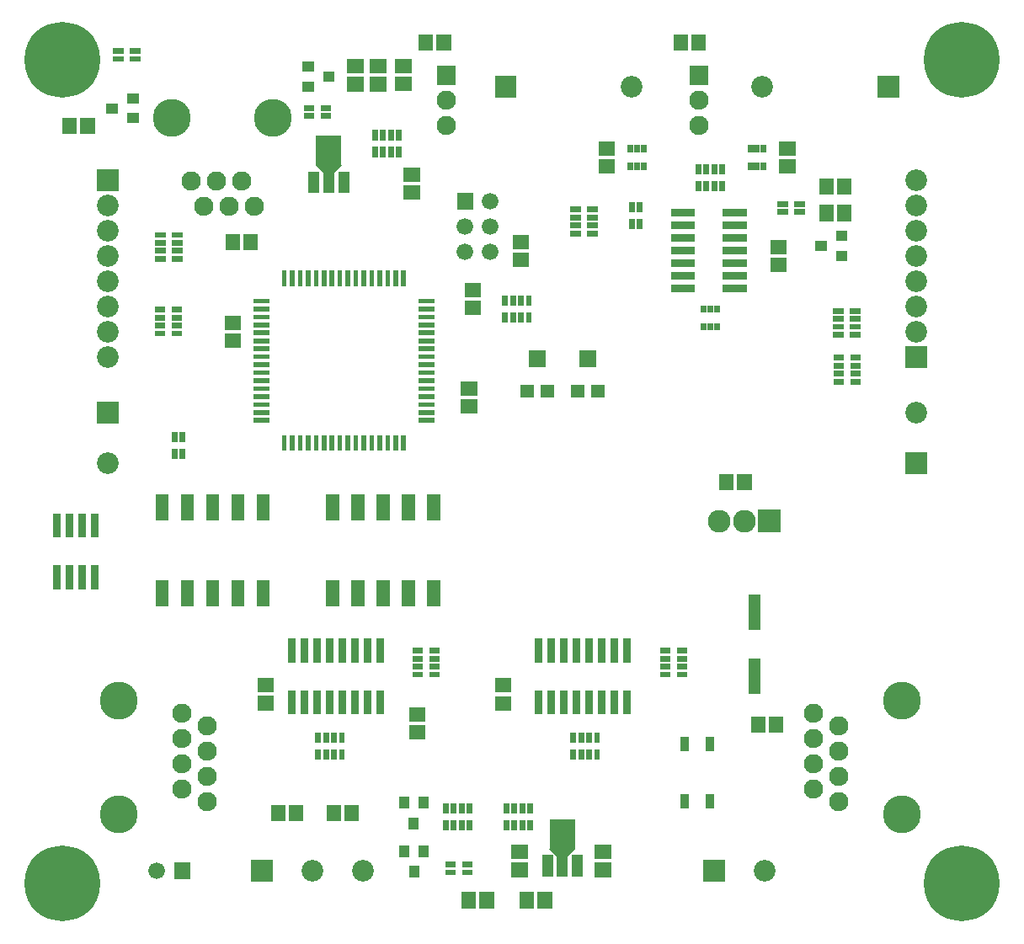
<source format=gbr>
G04 start of page 6 for group -4063 idx -4063 *
G04 Title: (unknown), componentmask *
G04 Creator: pcb 20140316 *
G04 CreationDate: Thu 03 Dec 2015 05:56:45 PM GMT UTC *
G04 For: ndholmes *
G04 Format: Gerber/RS-274X *
G04 PCB-Dimensions (mil): 3900.00 3600.00 *
G04 PCB-Coordinate-Origin: lower left *
%MOIN*%
%FSLAX25Y25*%
%LNTOPMASK*%
%ADD89R,0.0520X0.0520*%
%ADD88R,0.0330X0.0330*%
%ADD87R,0.0490X0.0490*%
%ADD86R,0.0187X0.0187*%
%ADD85R,0.0300X0.0300*%
%ADD84R,0.0235X0.0235*%
%ADD83R,0.0690X0.0690*%
%ADD82R,0.0530X0.0530*%
%ADD81R,0.0227X0.0227*%
%ADD80R,0.0400X0.0400*%
%ADD79R,0.1005X0.1005*%
%ADD78R,0.0438X0.0438*%
%ADD77R,0.0572X0.0572*%
%ADD76C,0.0900*%
%ADD75C,0.1500*%
%ADD74C,0.2997*%
%ADD73C,0.0860*%
%ADD72C,0.0760*%
%ADD71C,0.0660*%
%ADD70C,0.0001*%
G54D70*G36*
X61200Y25300D02*Y18700D01*
X67800D01*
Y25300D01*
X61200D01*
G37*
G54D71*X54500Y22000D03*
G54D72*X64500Y84500D03*
X74500Y79500D03*
X64500Y74500D03*
X74500Y69500D03*
X64500Y64500D03*
X74500Y59500D03*
X64500Y54500D03*
X74500Y49500D03*
G54D70*G36*
X91700Y26300D02*Y17700D01*
X100300D01*
Y26300D01*
X91700D01*
G37*
G54D73*X116000Y22000D03*
X136000D03*
G54D74*X373000Y17000D03*
G54D70*G36*
X173200Y290300D02*Y283700D01*
X179800D01*
Y290300D01*
X173200D01*
G37*
G54D71*X176500Y277000D03*
Y267000D03*
X186500Y287000D03*
Y277000D03*
Y267000D03*
G54D72*X93000Y285000D03*
X83000D03*
X73000D03*
X88000Y295000D03*
X78000D03*
X68000D03*
G54D75*X100500Y320000D03*
X60500D03*
G54D70*G36*
X30700Y299800D02*Y291200D01*
X39300D01*
Y299800D01*
X30700D01*
G37*
G54D73*X35000Y285500D03*
Y275500D03*
Y265500D03*
Y255500D03*
X294000Y332500D03*
X242500D03*
G54D70*G36*
X265200Y340800D02*Y333200D01*
X272800D01*
Y340800D01*
X265200D01*
G37*
G54D72*X269000Y327000D03*
Y317000D03*
G54D70*G36*
X165200Y340800D02*Y333200D01*
X172800D01*
Y340800D01*
X165200D01*
G37*
G54D72*X169000Y327000D03*
Y317000D03*
G54D70*G36*
X188200Y336800D02*Y328200D01*
X196800D01*
Y336800D01*
X188200D01*
G37*
G54D72*X324500Y49500D03*
G54D75*X349500Y44500D03*
G54D72*X314500Y54500D03*
X324500Y59500D03*
Y69500D03*
Y79500D03*
G54D75*X349500Y89500D03*
G54D72*X314500Y64500D03*
Y74500D03*
Y84500D03*
G54D70*G36*
X270700Y26300D02*Y17700D01*
X279300D01*
Y26300D01*
X270700D01*
G37*
G54D76*X277000Y160500D03*
X287000D03*
G54D70*G36*
X292500Y165000D02*Y156000D01*
X301500D01*
Y165000D01*
X292500D01*
G37*
G54D73*X295000Y22000D03*
G54D74*X17000Y17000D03*
Y343000D03*
G54D73*X35000Y245500D03*
Y235500D03*
Y225500D03*
G54D70*G36*
X30700Y207800D02*Y199200D01*
X39300D01*
Y207800D01*
X30700D01*
G37*
G54D73*X35000Y183500D03*
G54D75*X39500Y89500D03*
Y44500D03*
G54D74*X373000Y343000D03*
G54D70*G36*
X339700Y336800D02*Y328200D01*
X348300D01*
Y336800D01*
X339700D01*
G37*
G36*
X350700Y187800D02*Y179200D01*
X359300D01*
Y187800D01*
X350700D01*
G37*
G54D73*X355000Y203500D03*
G54D70*G36*
X350700Y229800D02*Y221200D01*
X359300D01*
Y229800D01*
X350700D01*
G37*
G54D73*X355000Y235500D03*
Y245500D03*
Y255500D03*
Y265500D03*
Y275500D03*
Y285500D03*
Y295500D03*
G54D77*X155021Y297586D02*X155807D01*
X155021Y290500D02*X155807D01*
G54D78*X116594Y296689D02*Y292595D01*
X122500Y304405D02*Y292595D01*
G54D79*Y308029D02*Y306139D01*
G54D70*G36*
X119195Y303258D02*X122459Y299994D01*
X120615Y298150D01*
X117351Y301414D01*
X119195Y303258D01*
G37*
G36*
X122541Y299994D02*X125805Y303258D01*
X127649Y301414D01*
X124385Y298150D01*
X122541Y299994D01*
G37*
G54D78*X128406Y296689D02*Y292595D01*
G54D77*X132650Y340543D02*X133436D01*
X132650Y333457D02*X133436D01*
G54D80*X114000Y340400D02*X114600D01*
X122200Y336500D02*X122800D01*
X114000Y332600D02*X114600D01*
G54D81*X113717Y324075D02*X115587D01*
X113717Y320925D02*X115587D01*
X120413D02*X122283D01*
X120413Y324075D02*X122283D01*
G54D80*X44700Y320000D02*X45300D01*
X36500Y323900D02*X37100D01*
G54D77*X19957Y317393D02*Y316607D01*
X27043Y317393D02*Y316607D01*
G54D80*X44700Y327800D02*X45300D01*
G54D81*X38217Y346575D02*X40087D01*
X38217Y343425D02*X40087D01*
X44913D02*X46783D01*
X44913Y346575D02*X46783D01*
G54D77*X261914Y350393D02*Y349607D01*
X269000Y350393D02*Y349607D01*
G54D81*X150224Y314283D02*Y312413D01*
X147075Y314283D02*Y312413D01*
X143925Y314283D02*Y312413D01*
X140776Y314283D02*Y312413D01*
Y307587D02*Y305717D01*
X143925Y307587D02*Y305717D01*
X147075Y307587D02*Y305717D01*
X150224Y307587D02*Y305717D01*
G54D77*X151607Y340586D02*X152393D01*
X151607Y333500D02*X152393D01*
X141607Y340543D02*X142393D01*
X160957Y350350D02*Y349564D01*
X168043Y350350D02*Y349564D01*
X141607Y333457D02*X142393D01*
G54D81*X61565Y264351D02*X63435D01*
X61565Y267500D02*X63435D01*
X61565Y270650D02*X63435D01*
X61565Y273799D02*X63435D01*
X54869D02*X56739D01*
X54869Y270650D02*X56739D01*
X54869Y267500D02*X56739D01*
X54869Y264351D02*X56739D01*
G54D77*X84457Y271393D02*Y270607D01*
X91543Y271393D02*Y270607D01*
G54D81*X242425Y279087D02*Y277217D01*
Y285783D02*Y283913D01*
X245575Y279087D02*Y277217D01*
Y285783D02*Y283913D01*
G54D77*X198107Y271000D02*X198893D01*
G54D81*X225985Y274400D02*X227855D01*
X225985Y277549D02*X227855D01*
X225985Y280699D02*X227855D01*
X225985Y283848D02*X227855D01*
G54D77*X198107Y263914D02*X198893D01*
G54D81*X201724Y248783D02*Y246913D01*
Y242087D02*Y240217D01*
X198575Y248783D02*Y246913D01*
Y242087D02*Y240217D01*
X195425Y248783D02*Y246913D01*
X192276Y248783D02*Y246913D01*
Y242087D02*Y240217D01*
X195425Y242087D02*Y240217D01*
G54D82*X201099Y211950D02*X201100D01*
X208900D02*X208901D01*
G54D83*X205000Y224750D02*X205001D01*
G54D82*X221099Y211950D02*X221100D01*
X228900D02*X228901D01*
G54D83*X225000Y224750D02*X225001D01*
G54D84*X241940Y301213D02*Y300760D01*
X244500Y301213D02*Y300760D01*
X247060Y301213D02*Y300760D01*
Y308240D02*Y307787D01*
X244500Y308240D02*Y307787D01*
X241940Y308240D02*Y307787D01*
G54D77*X300107Y269000D02*X300893D01*
X300107Y261914D02*X300893D01*
X319414Y293393D02*Y292607D01*
X326500Y293393D02*Y292607D01*
X303607Y308043D02*X304393D01*
X303607Y300957D02*X304393D01*
G54D81*X307913Y282925D02*X309783D01*
X307913Y286075D02*X309783D01*
X301217D02*X303087D01*
X301217Y282925D02*X303087D01*
G54D77*X326543Y282893D02*Y282107D01*
X319457Y282893D02*Y282107D01*
G54D80*X325200Y265500D02*X325800D01*
X325200Y273300D02*X325800D01*
X317000Y269400D02*X317600D01*
G54D84*X270940Y237713D02*Y237260D01*
X273500Y237713D02*Y237260D01*
X276060Y237713D02*Y237260D01*
X273500Y244740D02*Y244287D01*
X270940Y244740D02*Y244287D01*
X276060Y244740D02*Y244287D01*
G54D85*X280000Y252500D02*X286500D01*
X280000Y257500D02*X286500D01*
X280000Y262500D02*X286500D01*
X280000Y267500D02*X286500D01*
X280000Y272500D02*X286500D01*
X280000Y277500D02*X286500D01*
X280000Y282500D02*X286500D01*
G54D81*X278224Y300783D02*Y298913D01*
X275075Y300783D02*Y298913D01*
X271925Y300783D02*Y298913D01*
Y294087D02*Y292217D01*
X275075Y294087D02*Y292217D01*
X278224Y294087D02*Y292217D01*
G54D84*X289440Y301213D02*Y300760D01*
Y308240D02*Y307787D01*
X292000Y301213D02*Y300760D01*
Y308240D02*Y307787D01*
X294560Y301213D02*Y300760D01*
Y308240D02*Y307787D01*
G54D81*X323369Y225149D02*X325239D01*
X330065D02*X331935D01*
X323369Y222000D02*X325239D01*
X330065D02*X331935D01*
X323369Y218850D02*X325239D01*
X323369Y215701D02*X325239D01*
X330065D02*X331935D01*
X330065Y218850D02*X331935D01*
X323217Y243724D02*X325087D01*
X323217Y240575D02*X325087D01*
X323217Y237425D02*X325087D01*
X323217Y234276D02*X325087D01*
X329913D02*X331783D01*
X329913Y237425D02*X331783D01*
X329913Y240575D02*X331783D01*
X329913Y243724D02*X331783D01*
X61413Y234776D02*X63283D01*
X61413Y237925D02*X63283D01*
X61413Y241075D02*X63283D01*
X61413Y244224D02*X63283D01*
X54717D02*X56587D01*
X54717Y241075D02*X56587D01*
X54717Y237925D02*X56587D01*
X54717Y234776D02*X56587D01*
X61425Y188087D02*Y186217D01*
X64575Y188087D02*Y186217D01*
Y194783D02*Y192913D01*
X61425Y194783D02*Y192913D01*
G54D77*X84107Y239043D02*X84893D01*
X84107Y231957D02*X84893D01*
G54D86*X93728Y247622D02*X98154D01*
X93728Y244473D02*X98154D01*
X93728Y241323D02*X98154D01*
X93728Y238174D02*X98154D01*
X93728Y235024D02*X98154D01*
X93728Y231874D02*X98154D01*
X93728Y228725D02*X98154D01*
X93728Y225575D02*X98154D01*
X93728Y222426D02*X98154D01*
X93728Y219276D02*X98154D01*
X93728Y216126D02*X98154D01*
X93728Y212977D02*X98154D01*
X93728Y209827D02*X98154D01*
X93728Y206678D02*X98154D01*
X93728Y203528D02*X98154D01*
X93728Y200378D02*X98154D01*
G54D81*X219289Y283848D02*X221159D01*
G54D77*X232107Y308000D02*X232893D01*
X232107Y300914D02*X232893D01*
G54D81*X219289Y280699D02*X221159D01*
X219289Y277549D02*X221159D01*
X219289Y274400D02*X221159D01*
G54D85*X259500Y282500D02*X266000D01*
X259500Y277500D02*X266000D01*
X259500Y272500D02*X266000D01*
G54D81*X268776Y300783D02*Y298913D01*
Y294087D02*Y292217D01*
G54D85*X259500Y267500D02*X266000D01*
X259500Y262500D02*X266000D01*
X259500Y257500D02*X266000D01*
X259500Y252500D02*X266000D01*
G54D77*X177607Y205914D02*X178393D01*
X177607Y213000D02*X178393D01*
X179107Y244957D02*X179893D01*
X179107Y252043D02*X179893D01*
G54D86*X152122Y258772D02*Y254346D01*
X148973Y258772D02*Y254346D01*
X145823Y258772D02*Y254346D01*
X142674Y258772D02*Y254346D01*
X139524Y258772D02*Y254346D01*
X136374Y258772D02*Y254346D01*
X133225Y258772D02*Y254346D01*
X130075Y258772D02*Y254346D01*
X126926Y258772D02*Y254346D01*
X123776Y258772D02*Y254346D01*
X120626Y258772D02*Y254346D01*
X117477Y258772D02*Y254346D01*
X114327Y258772D02*Y254346D01*
X111178Y258772D02*Y254346D01*
X108028Y258772D02*Y254346D01*
X104878Y258772D02*Y254346D01*
X158846Y200378D02*X163272D01*
X158846Y203527D02*X163272D01*
X158846Y206677D02*X163272D01*
X158846Y209826D02*X163272D01*
X158846Y212976D02*X163272D01*
X158846Y216126D02*X163272D01*
X158846Y219275D02*X163272D01*
X158846Y222425D02*X163272D01*
X158846Y225574D02*X163272D01*
X158846Y228724D02*X163272D01*
X158846Y231874D02*X163272D01*
X158846Y235023D02*X163272D01*
X158846Y238173D02*X163272D01*
X158846Y241322D02*X163272D01*
X158846Y244472D02*X163272D01*
X158846Y247622D02*X163272D01*
G54D77*X299543Y80393D02*Y79607D01*
X292457Y80393D02*Y79607D01*
X157107Y76957D02*X157893D01*
G54D85*X220500Y92000D02*Y85500D01*
X225500Y92000D02*Y85500D01*
X230500Y92000D02*Y85500D01*
X235500Y92000D02*Y85500D01*
X240500Y92000D02*Y85500D01*
G54D77*X191107Y88414D02*X191893D01*
X191107Y95500D02*X191893D01*
G54D85*X205500Y92000D02*Y85500D01*
X210500Y92000D02*Y85500D01*
X215500Y92000D02*Y85500D01*
X230500Y112500D02*Y106000D01*
X225500Y112500D02*Y106000D01*
X220500Y112500D02*Y106000D01*
X215500Y112500D02*Y106000D01*
X210500Y112500D02*Y106000D01*
X205500Y112500D02*Y106000D01*
X240500Y112500D02*Y106000D01*
X235500Y112500D02*Y106000D01*
G54D81*X261413Y99776D02*X263283D01*
X261413Y102925D02*X263283D01*
X261413Y106075D02*X263283D01*
X261413Y109224D02*X263283D01*
X254717D02*X256587D01*
X254717Y106075D02*X256587D01*
X254717Y102925D02*X256587D01*
X254717Y99776D02*X256587D01*
G54D87*X291000Y103500D02*Y94500D01*
Y129100D02*Y120000D01*
G54D77*X279957Y176393D02*Y175607D01*
X287043Y176393D02*Y175607D01*
G54D88*X273500Y73450D02*Y71050D01*
X263500Y73450D02*Y71050D01*
G54D81*X228724Y75783D02*Y73913D01*
X225575Y75783D02*Y73913D01*
X222425Y75783D02*Y73913D01*
X219276Y75783D02*Y73913D01*
Y69087D02*Y67217D01*
X222425Y69087D02*Y67217D01*
X225575Y69087D02*Y67217D01*
X228724Y69087D02*Y67217D01*
G54D77*X157107Y84043D02*X157893D01*
G54D81*X163413Y106075D02*X165283D01*
X156717D02*X158587D01*
G54D85*X128000Y92000D02*Y85500D01*
X133000Y92000D02*Y85500D01*
X138000Y92000D02*Y85500D01*
X143000Y92000D02*Y85500D01*
G54D81*X163413Y99776D02*X165283D01*
X156717D02*X158587D01*
X163413Y102925D02*X165283D01*
X156717D02*X158587D01*
X163413Y109224D02*X165283D01*
X156717D02*X158587D01*
G54D85*X143000Y112500D02*Y106000D01*
G54D89*X144000Y134650D02*Y129450D01*
X164000Y134650D02*Y129450D01*
X154000Y134650D02*Y129450D01*
Y168550D02*Y163350D01*
X164000Y168550D02*Y163350D01*
G54D77*X97107Y88457D02*X97893D01*
X97107Y95543D02*X97893D01*
G54D85*X108000Y92000D02*Y85500D01*
X113000Y92000D02*Y85500D01*
X118000Y92000D02*Y85500D01*
X138000Y112500D02*Y106000D01*
X133000Y112500D02*Y106000D01*
X128000Y112500D02*Y106000D01*
X123000Y112500D02*Y106000D01*
X118000Y112500D02*Y106000D01*
X113000Y112500D02*Y106000D01*
X108000Y112500D02*Y106000D01*
G54D89*X96500Y134650D02*Y129450D01*
Y168550D02*Y163350D01*
G54D77*X109543Y45393D02*Y44607D01*
X102457Y45393D02*Y44607D01*
G54D85*X123000Y92000D02*Y85500D01*
G54D81*X118276Y75783D02*Y73913D01*
Y69087D02*Y67217D01*
G54D77*X131543Y45393D02*Y44607D01*
X124457Y45393D02*Y44607D01*
G54D81*X127724Y75783D02*Y73913D01*
X124575Y75783D02*Y73913D01*
X121425Y75783D02*Y73913D01*
Y69087D02*Y67217D01*
X124575Y69087D02*Y67217D01*
X127724Y69087D02*Y67217D01*
G54D80*X152200Y49300D02*Y48700D01*
G54D77*X230607Y22457D02*X231393D01*
X230607Y29543D02*X231393D01*
X197607Y22457D02*X198393D01*
X197607Y29543D02*X198393D01*
G54D78*X209094Y26110D02*Y22016D01*
X220906Y26110D02*Y22016D01*
X215000Y33826D02*Y22016D01*
G54D79*Y37450D02*Y35560D01*
G54D70*G36*
X211695Y32679D02*X214959Y29415D01*
X213115Y27571D01*
X209851Y30835D01*
X211695Y32679D01*
G37*
G36*
X215041Y29415D02*X218305Y32679D01*
X220149Y30835D01*
X216885Y27571D01*
X215041Y29415D01*
G37*
G54D77*X208043Y10893D02*Y10107D01*
X200957Y10893D02*Y10107D01*
X185043Y10893D02*Y10107D01*
X177957Y10893D02*Y10107D01*
G54D81*X202224Y47783D02*Y45913D01*
X199075Y47783D02*Y45913D01*
G54D88*X263500Y50950D02*Y48550D01*
X273500Y50950D02*Y48550D01*
G54D81*X195925Y47783D02*Y45913D01*
X192776Y47783D02*Y45913D01*
Y41087D02*Y39217D01*
X195925Y41087D02*Y39217D01*
X199075Y41087D02*Y39217D01*
X202224Y41087D02*Y39217D01*
X178224Y47783D02*Y45913D01*
Y41087D02*Y39217D01*
X175075Y47783D02*Y45913D01*
Y41087D02*Y39217D01*
X171925Y47783D02*Y45913D01*
X168776Y47783D02*Y45913D01*
Y41087D02*Y39217D01*
X171925Y41087D02*Y39217D01*
G54D80*X160000Y49300D02*Y48700D01*
X156100Y41100D02*Y40500D01*
X160100Y30200D02*Y29600D01*
X152300Y30200D02*Y29600D01*
X156200Y22000D02*Y21400D01*
G54D81*X169717Y24575D02*X171587D01*
X169717Y21425D02*X171587D01*
X176413D02*X178283D01*
X176413Y24575D02*X178283D01*
G54D89*X124000Y134650D02*Y129450D01*
X134000Y134650D02*Y129450D01*
X56500Y134650D02*Y129450D01*
G54D85*X15000Y141500D02*Y135000D01*
X20000Y141500D02*Y135000D01*
X25000Y141500D02*Y135000D01*
X30000Y141500D02*Y135000D01*
G54D89*X66500Y134650D02*Y129450D01*
X76500Y134650D02*Y129450D01*
X86500Y134650D02*Y129450D01*
X124000Y168550D02*Y163350D01*
X134000Y168550D02*Y163350D01*
X144000Y168550D02*Y163350D01*
G54D86*X104878Y193654D02*Y189228D01*
X108027Y193654D02*Y189228D01*
X111177Y193654D02*Y189228D01*
X114326Y193654D02*Y189228D01*
X117476Y193654D02*Y189228D01*
X120626Y193654D02*Y189228D01*
X123775Y193654D02*Y189228D01*
X126925Y193654D02*Y189228D01*
X130074Y193654D02*Y189228D01*
X133224Y193654D02*Y189228D01*
X136374Y193654D02*Y189228D01*
X139523Y193654D02*Y189228D01*
X142673Y193654D02*Y189228D01*
X145822Y193654D02*Y189228D01*
X148972Y193654D02*Y189228D01*
X152122Y193654D02*Y189228D01*
G54D89*X56500Y168550D02*Y163350D01*
X66500Y168550D02*Y163350D01*
X76500Y168550D02*Y163350D01*
X86500Y168550D02*Y163350D01*
G54D85*X30000Y162000D02*Y155500D01*
X25000Y162000D02*Y155500D01*
X20000Y162000D02*Y155500D01*
X15000Y162000D02*Y155500D01*
M02*

</source>
